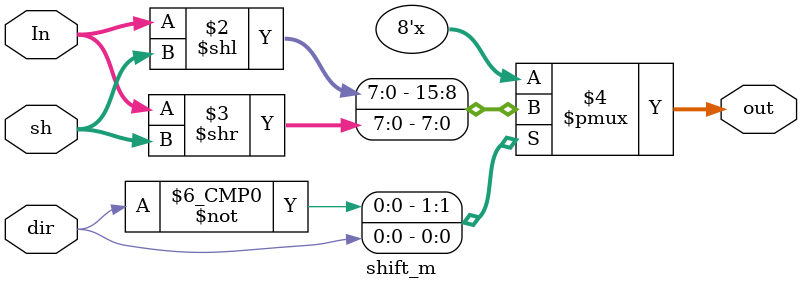
<source format=v>
module shift_m(out,In,dir,sh);
    input dir;
    input[3:0] sh;
    input[7:0] In;
    output[7:0] out; // output

    reg[7:0] out;

    always @(In or dir or sh) begin 
        case(dir)
           1'b0 : out = In<<sh; //LEFT
           1'b1 : out = In>>sh; //RIGHT
        endcase
    end // c값이 변한다면, b에 a값을 넣는 실행을 항상 한다.
    
endmodule
</source>
